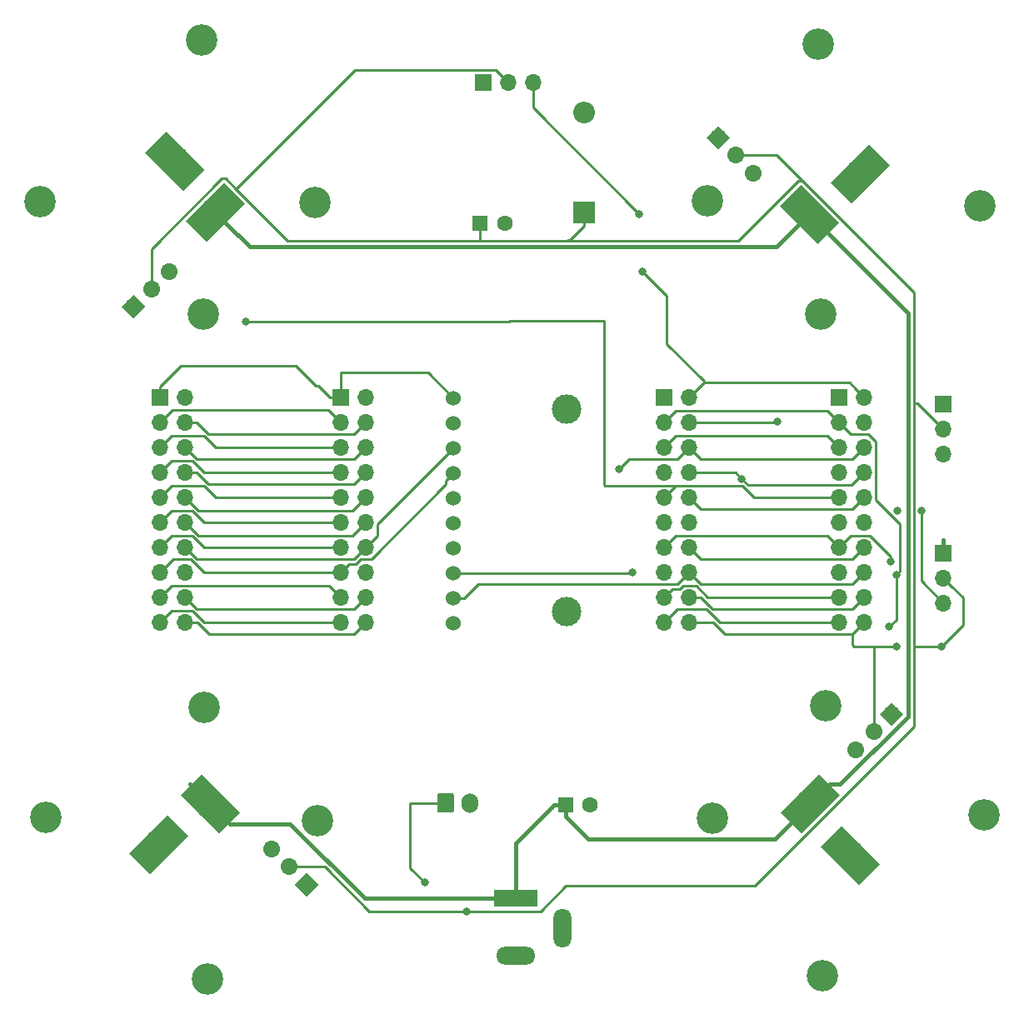
<source format=gbr>
G04 #@! TF.GenerationSoftware,KiCad,Pcbnew,5.0.2-bee76a0~70~ubuntu16.04.1*
G04 #@! TF.CreationDate,2021-08-14T16:57:29+02:00*
G04 #@! TF.ProjectId,axis2,61786973-322e-46b6-9963-61645f706362,rev?*
G04 #@! TF.SameCoordinates,Original*
G04 #@! TF.FileFunction,Copper,L2,Bot*
G04 #@! TF.FilePolarity,Positive*
%FSLAX46Y46*%
G04 Gerber Fmt 4.6, Leading zero omitted, Abs format (unit mm)*
G04 Created by KiCad (PCBNEW 5.0.2-bee76a0~70~ubuntu16.04.1) date sab 14 ago 2021 16:57:29 CEST*
%MOMM*%
%LPD*%
G01*
G04 APERTURE LIST*
G04 #@! TA.AperFunction,ComponentPad*
%ADD10C,3.200000*%
G04 #@! TD*
G04 #@! TA.AperFunction,ComponentPad*
%ADD11C,1.600000*%
G04 #@! TD*
G04 #@! TA.AperFunction,ComponentPad*
%ADD12R,1.600000X1.600000*%
G04 #@! TD*
G04 #@! TA.AperFunction,ComponentPad*
%ADD13R,2.200000X2.200000*%
G04 #@! TD*
G04 #@! TA.AperFunction,ComponentPad*
%ADD14O,2.200000X2.200000*%
G04 #@! TD*
G04 #@! TA.AperFunction,ComponentPad*
%ADD15O,1.700000X1.700000*%
G04 #@! TD*
G04 #@! TA.AperFunction,ComponentPad*
%ADD16R,1.700000X1.700000*%
G04 #@! TD*
G04 #@! TA.AperFunction,Conductor*
%ADD17C,0.100000*%
G04 #@! TD*
G04 #@! TA.AperFunction,ComponentPad*
%ADD18C,1.700000*%
G04 #@! TD*
G04 #@! TA.AperFunction,ComponentPad*
%ADD19O,1.700000X2.000000*%
G04 #@! TD*
G04 #@! TA.AperFunction,ComponentPad*
%ADD20O,1.800000X4.000000*%
G04 #@! TD*
G04 #@! TA.AperFunction,ComponentPad*
%ADD21O,4.000000X1.800000*%
G04 #@! TD*
G04 #@! TA.AperFunction,ComponentPad*
%ADD22R,4.400000X1.800000*%
G04 #@! TD*
G04 #@! TA.AperFunction,ComponentPad*
%ADD23C,3.000000*%
G04 #@! TD*
G04 #@! TA.AperFunction,Conductor*
%ADD24C,1.700000*%
G04 #@! TD*
G04 #@! TA.AperFunction,ComponentPad*
%ADD25C,1.524000*%
G04 #@! TD*
G04 #@! TA.AperFunction,ViaPad*
%ADD26C,0.800000*%
G04 #@! TD*
G04 #@! TA.AperFunction,Conductor*
%ADD27C,0.400000*%
G04 #@! TD*
G04 #@! TA.AperFunction,Conductor*
%ADD28C,0.250000*%
G04 #@! TD*
G04 APERTURE END LIST*
D10*
G04 #@! TO.P,U3,14*
G04 #@! TO.N,N/C*
X166400000Y-60900000D03*
G04 #@! TO.P,U3,13*
X177900000Y-72400000D03*
G04 #@! TO.P,U3,16*
X115200000Y-72400000D03*
G04 #@! TO.P,U3,15*
X126500000Y-61100000D03*
G04 #@! TO.P,U3,12*
X178400000Y-112200000D03*
G04 #@! TO.P,U3,11*
X166900000Y-123700000D03*
G04 #@! TO.P,U3,10*
X126800000Y-123900000D03*
G04 #@! TO.P,U3,9*
X115300000Y-112400000D03*
G04 #@! TO.P,U3,7*
X194500000Y-123300000D03*
G04 #@! TO.P,U3,6*
X115000000Y-44600000D03*
G04 #@! TO.P,U3,5*
X98600000Y-61000000D03*
G04 #@! TO.P,U3,8*
X178100000Y-139700000D03*
G04 #@! TO.P,U3,3*
X99200000Y-123600000D03*
G04 #@! TO.P,U3,4*
X115600000Y-140000000D03*
G04 #@! TO.P,U3,2*
X194100000Y-61400000D03*
G04 #@! TO.P,U3,1*
X177700000Y-45000000D03*
G04 #@! TD*
D11*
G04 #@! TO.P,C1,2*
G04 #@! TO.N,GND*
X154500000Y-122300000D03*
D12*
G04 #@! TO.P,C1,1*
G04 #@! TO.N,+12V*
X152000000Y-122300000D03*
G04 #@! TD*
G04 #@! TO.P,C2,1*
G04 #@! TO.N,+5V*
X143300000Y-63200000D03*
D11*
G04 #@! TO.P,C2,2*
G04 #@! TO.N,GND*
X145800000Y-63200000D03*
G04 #@! TD*
D13*
G04 #@! TO.P,D1,1*
G04 #@! TO.N,+5V*
X153900000Y-62100000D03*
D14*
G04 #@! TO.P,D1,2*
G04 #@! TO.N,GND*
X153900000Y-51940000D03*
G04 #@! TD*
D15*
G04 #@! TO.P,J1,20*
G04 #@! TO.N,Net-(J1-Pad20)*
X131700000Y-103760000D03*
G04 #@! TO.P,J1,19*
G04 #@! TO.N,Net-(J1-Pad19)*
X129160000Y-103760000D03*
G04 #@! TO.P,J1,18*
G04 #@! TO.N,Net-(J1-Pad18)*
X131700000Y-101220000D03*
G04 #@! TO.P,J1,17*
G04 #@! TO.N,Net-(J1-Pad17)*
X129160000Y-101220000D03*
G04 #@! TO.P,J1,16*
G04 #@! TO.N,GND*
X131700000Y-98680000D03*
G04 #@! TO.P,J1,15*
G04 #@! TO.N,MOSI*
X129160000Y-98680000D03*
G04 #@! TO.P,J1,14*
G04 #@! TO.N,SCL*
X131700000Y-96140000D03*
G04 #@! TO.P,J1,13*
G04 #@! TO.N,MISO*
X129160000Y-96140000D03*
G04 #@! TO.P,J1,12*
G04 #@! TO.N,Net-(J1-Pad12)*
X131700000Y-93600000D03*
G04 #@! TO.P,J1,11*
G04 #@! TO.N,Net-(J1-Pad11)*
X129160000Y-93600000D03*
G04 #@! TO.P,J1,10*
G04 #@! TO.N,Net-(J1-Pad10)*
X131700000Y-91060000D03*
G04 #@! TO.P,J1,9*
G04 #@! TO.N,Net-(J1-Pad9)*
X129160000Y-91060000D03*
G04 #@! TO.P,J1,8*
G04 #@! TO.N,Net-(J1-Pad8)*
X131700000Y-88520000D03*
G04 #@! TO.P,J1,7*
G04 #@! TO.N,Net-(J1-Pad7)*
X129160000Y-88520000D03*
G04 #@! TO.P,J1,6*
G04 #@! TO.N,Net-(J1-Pad6)*
X131700000Y-85980000D03*
G04 #@! TO.P,J1,5*
G04 #@! TO.N,Net-(J1-Pad5)*
X129160000Y-85980000D03*
G04 #@! TO.P,J1,4*
G04 #@! TO.N,Net-(J1-Pad4)*
X131700000Y-83440000D03*
G04 #@! TO.P,J1,3*
G04 #@! TO.N,Net-(J1-Pad3)*
X129160000Y-83440000D03*
G04 #@! TO.P,J1,2*
G04 #@! TO.N,GND*
X131700000Y-80900000D03*
D16*
G04 #@! TO.P,J1,1*
G04 #@! TO.N,+3V3*
X129160000Y-80900000D03*
G04 #@! TD*
G04 #@! TO.P,J2,1*
G04 #@! TO.N,GND*
X162000000Y-80900000D03*
D15*
G04 #@! TO.P,J2,2*
G04 #@! TO.N,RCS*
X164540000Y-80900000D03*
G04 #@! TO.P,J2,3*
G04 #@! TO.N,M4S*
X162000000Y-83440000D03*
G04 #@! TO.P,J2,4*
G04 #@! TO.N,Net-(J17-Pad4)*
X164540000Y-83440000D03*
G04 #@! TO.P,J2,5*
G04 #@! TO.N,Net-(J17-Pad5)*
X162000000Y-85980000D03*
G04 #@! TO.P,J2,6*
G04 #@! TO.N,M3S*
X164540000Y-85980000D03*
G04 #@! TO.P,J2,7*
G04 #@! TO.N,GND*
X162000000Y-88520000D03*
G04 #@! TO.P,J2,8*
G04 #@! TO.N,M1S*
X164540000Y-88520000D03*
G04 #@! TO.P,J2,9*
G04 #@! TO.N,M2S*
X162000000Y-91060000D03*
G04 #@! TO.P,J2,10*
G04 #@! TO.N,M6S*
X164540000Y-91060000D03*
G04 #@! TO.P,J2,11*
G04 #@! TO.N,GND*
X162000000Y-93600000D03*
G04 #@! TO.P,J2,12*
X164540000Y-93600000D03*
G04 #@! TO.P,J2,13*
G04 #@! TO.N,M5S*
X162000000Y-96140000D03*
G04 #@! TO.P,J2,14*
G04 #@! TO.N,Net-(J17-Pad14)*
X164540000Y-96140000D03*
G04 #@! TO.P,J2,15*
G04 #@! TO.N,INT*
X162000000Y-98680000D03*
G04 #@! TO.P,J2,16*
G04 #@! TO.N,NCS*
X164540000Y-98680000D03*
G04 #@! TO.P,J2,17*
G04 #@! TO.N,Net-(J17-Pad17)*
X162000000Y-101220000D03*
G04 #@! TO.P,J2,18*
G04 #@! TO.N,Net-(J17-Pad18)*
X164540000Y-101220000D03*
G04 #@! TO.P,J2,19*
G04 #@! TO.N,Net-(J17-Pad19)*
X162000000Y-103760000D03*
G04 #@! TO.P,J2,20*
G04 #@! TO.N,+5V*
X164540000Y-103760000D03*
G04 #@! TD*
D17*
G04 #@! TO.N,+5V*
G04 #@! TO.C,J3*
G36*
X140424504Y-121101204D02*
X140448773Y-121104804D01*
X140472571Y-121110765D01*
X140495671Y-121119030D01*
X140517849Y-121129520D01*
X140538893Y-121142133D01*
X140558598Y-121156747D01*
X140576777Y-121173223D01*
X140593253Y-121191402D01*
X140607867Y-121211107D01*
X140620480Y-121232151D01*
X140630970Y-121254329D01*
X140639235Y-121277429D01*
X140645196Y-121301227D01*
X140648796Y-121325496D01*
X140650000Y-121350000D01*
X140650000Y-122850000D01*
X140648796Y-122874504D01*
X140645196Y-122898773D01*
X140639235Y-122922571D01*
X140630970Y-122945671D01*
X140620480Y-122967849D01*
X140607867Y-122988893D01*
X140593253Y-123008598D01*
X140576777Y-123026777D01*
X140558598Y-123043253D01*
X140538893Y-123057867D01*
X140517849Y-123070480D01*
X140495671Y-123080970D01*
X140472571Y-123089235D01*
X140448773Y-123095196D01*
X140424504Y-123098796D01*
X140400000Y-123100000D01*
X139200000Y-123100000D01*
X139175496Y-123098796D01*
X139151227Y-123095196D01*
X139127429Y-123089235D01*
X139104329Y-123080970D01*
X139082151Y-123070480D01*
X139061107Y-123057867D01*
X139041402Y-123043253D01*
X139023223Y-123026777D01*
X139006747Y-123008598D01*
X138992133Y-122988893D01*
X138979520Y-122967849D01*
X138969030Y-122945671D01*
X138960765Y-122922571D01*
X138954804Y-122898773D01*
X138951204Y-122874504D01*
X138950000Y-122850000D01*
X138950000Y-121350000D01*
X138951204Y-121325496D01*
X138954804Y-121301227D01*
X138960765Y-121277429D01*
X138969030Y-121254329D01*
X138979520Y-121232151D01*
X138992133Y-121211107D01*
X139006747Y-121191402D01*
X139023223Y-121173223D01*
X139041402Y-121156747D01*
X139061107Y-121142133D01*
X139082151Y-121129520D01*
X139104329Y-121119030D01*
X139127429Y-121110765D01*
X139151227Y-121104804D01*
X139175496Y-121101204D01*
X139200000Y-121100000D01*
X140400000Y-121100000D01*
X140424504Y-121101204D01*
X140424504Y-121101204D01*
G37*
D18*
G04 #@! TD*
G04 #@! TO.P,J3,1*
G04 #@! TO.N,+5V*
X139800000Y-122100000D03*
D19*
G04 #@! TO.P,J3,2*
G04 #@! TO.N,GND*
X142300000Y-122100000D03*
G04 #@! TD*
D20*
G04 #@! TO.P,J4,3*
G04 #@! TO.N,N/C*
X151700000Y-134800000D03*
D21*
G04 #@! TO.P,J4,2*
G04 #@! TO.N,GND*
X146900000Y-137600000D03*
D22*
G04 #@! TO.P,J4,1*
G04 #@! TO.N,+12V*
X146900000Y-131800000D03*
G04 #@! TD*
D23*
G04 #@! TO.P,J5,2*
G04 #@! TO.N,GND*
X181914214Y-58206030D03*
D17*
G04 #@! TD*
G04 #@! TO.N,GND*
G04 #@! TO.C,J5*
G36*
X182798097Y-55200826D02*
X184919418Y-57322147D01*
X181030331Y-61211234D01*
X178909010Y-59089913D01*
X182798097Y-55200826D01*
X182798097Y-55200826D01*
G37*
D23*
G04 #@! TO.P,J5,1*
G04 #@! TO.N,+12V*
X176734656Y-62282501D03*
D17*
G04 #@! TD*
G04 #@! TO.N,+12V*
G04 #@! TO.C,J5*
G36*
X173729452Y-61398618D02*
X175850773Y-59277297D01*
X179739860Y-63166384D01*
X177618539Y-65287705D01*
X173729452Y-61398618D01*
X173729452Y-61398618D01*
G37*
D23*
G04 #@! TO.P,J6,1*
G04 #@! TO.N,+12V*
X116376471Y-62079558D03*
D17*
G04 #@! TD*
G04 #@! TO.N,+12V*
G04 #@! TO.C,J6*
G36*
X115492588Y-65084762D02*
X113371267Y-62963441D01*
X117260354Y-59074354D01*
X119381675Y-61195675D01*
X115492588Y-65084762D01*
X115492588Y-65084762D01*
G37*
D23*
G04 #@! TO.P,J6,2*
G04 #@! TO.N,GND*
X112300000Y-56900000D03*
D17*
G04 #@! TD*
G04 #@! TO.N,GND*
G04 #@! TO.C,J6*
G36*
X109294796Y-56016117D02*
X111416117Y-53894796D01*
X115305204Y-57783883D01*
X113183883Y-59905204D01*
X109294796Y-56016117D01*
X109294796Y-56016117D01*
G37*
D18*
G04 #@! TO.P,J7,1*
G04 #@! TO.N,GND*
X167500000Y-54500000D03*
D17*
G04 #@! TD*
G04 #@! TO.N,GND*
G04 #@! TO.C,J7*
G36*
X167500000Y-55702082D02*
X166297918Y-54500000D01*
X167500000Y-53297918D01*
X168702082Y-54500000D01*
X167500000Y-55702082D01*
X167500000Y-55702082D01*
G37*
D18*
G04 #@! TO.P,J7,2*
G04 #@! TO.N,+5V*
X169296051Y-56296051D03*
D24*
G04 #@! TD*
G04 #@! TO.N,+5V*
G04 #@! TO.C,J7*
X169296051Y-56296051D02*
X169296051Y-56296051D01*
D18*
G04 #@! TO.P,J7,3*
G04 #@! TO.N,M1S*
X171092102Y-58092102D03*
D24*
G04 #@! TD*
G04 #@! TO.N,M1S*
G04 #@! TO.C,J7*
X171092102Y-58092102D02*
X171092102Y-58092102D01*
D18*
G04 #@! TO.P,J8,3*
G04 #@! TO.N,M2S*
X111692102Y-68107898D03*
D24*
G04 #@! TD*
G04 #@! TO.N,M2S*
G04 #@! TO.C,J8*
X111692102Y-68107898D02*
X111692102Y-68107898D01*
D18*
G04 #@! TO.P,J8,2*
G04 #@! TO.N,+5V*
X109896051Y-69903949D03*
D24*
G04 #@! TD*
G04 #@! TO.N,+5V*
G04 #@! TO.C,J8*
X109896051Y-69903949D02*
X109896051Y-69903949D01*
D18*
G04 #@! TO.P,J8,1*
G04 #@! TO.N,GND*
X108100000Y-71700000D03*
D17*
G04 #@! TD*
G04 #@! TO.N,GND*
G04 #@! TO.C,J8*
G36*
X109302082Y-71700000D02*
X108100000Y-72902082D01*
X106897918Y-71700000D01*
X108100000Y-70497918D01*
X109302082Y-71700000D01*
X109302082Y-71700000D01*
G37*
D16*
G04 #@! TO.P,J9,1*
G04 #@! TO.N,GND*
X143600000Y-48900000D03*
D15*
G04 #@! TO.P,J9,2*
G04 #@! TO.N,+5V*
X146140000Y-48900000D03*
G04 #@! TO.P,J9,3*
G04 #@! TO.N,RCS*
X148680000Y-48900000D03*
G04 #@! TD*
D23*
G04 #@! TO.P,J10,2*
G04 #@! TO.N,GND*
X180900000Y-127400000D03*
D17*
G04 #@! TD*
G04 #@! TO.N,GND*
G04 #@! TO.C,J10*
G36*
X183905204Y-128283883D02*
X181783883Y-130405204D01*
X177894796Y-126516117D01*
X180016117Y-124394796D01*
X183905204Y-128283883D01*
X183905204Y-128283883D01*
G37*
D23*
G04 #@! TO.P,J10,1*
G04 #@! TO.N,+12V*
X176823529Y-122220442D03*
D17*
G04 #@! TD*
G04 #@! TO.N,+12V*
G04 #@! TO.C,J10*
G36*
X177707412Y-119215238D02*
X179828733Y-121336559D01*
X175939646Y-125225646D01*
X173818325Y-123104325D01*
X177707412Y-119215238D01*
X177707412Y-119215238D01*
G37*
D23*
G04 #@! TO.P,J11,1*
G04 #@! TO.N,+12V*
X115865344Y-122217499D03*
D17*
G04 #@! TD*
G04 #@! TO.N,+12V*
G04 #@! TO.C,J11*
G36*
X118870548Y-123101382D02*
X116749227Y-125222703D01*
X112860140Y-121333616D01*
X114981461Y-119212295D01*
X118870548Y-123101382D01*
X118870548Y-123101382D01*
G37*
D23*
G04 #@! TO.P,J11,2*
G04 #@! TO.N,GND*
X110685786Y-126293970D03*
D17*
G04 #@! TD*
G04 #@! TO.N,GND*
G04 #@! TO.C,J11*
G36*
X109801903Y-129299174D02*
X107680582Y-127177853D01*
X111569669Y-123288766D01*
X113690990Y-125410087D01*
X109801903Y-129299174D01*
X109801903Y-129299174D01*
G37*
D18*
G04 #@! TO.P,J12,3*
G04 #@! TO.N,M3S*
X122107898Y-126807898D03*
D24*
G04 #@! TD*
G04 #@! TO.N,M3S*
G04 #@! TO.C,J12*
X122107898Y-126807898D02*
X122107898Y-126807898D01*
D18*
G04 #@! TO.P,J12,2*
G04 #@! TO.N,+5V*
X123903949Y-128603949D03*
D24*
G04 #@! TD*
G04 #@! TO.N,+5V*
G04 #@! TO.C,J12*
X123903949Y-128603949D02*
X123903949Y-128603949D01*
D18*
G04 #@! TO.P,J12,1*
G04 #@! TO.N,GND*
X125700000Y-130400000D03*
D17*
G04 #@! TD*
G04 #@! TO.N,GND*
G04 #@! TO.C,J12*
G36*
X125700000Y-129197918D02*
X126902082Y-130400000D01*
X125700000Y-131602082D01*
X124497918Y-130400000D01*
X125700000Y-129197918D01*
X125700000Y-129197918D01*
G37*
D15*
G04 #@! TO.P,J13,3*
G04 #@! TO.N,M5S*
X190400000Y-86680000D03*
G04 #@! TO.P,J13,2*
G04 #@! TO.N,+5V*
X190400000Y-84140000D03*
D16*
G04 #@! TO.P,J13,1*
G04 #@! TO.N,GND*
X190400000Y-81600000D03*
G04 #@! TD*
D18*
G04 #@! TO.P,J14,3*
G04 #@! TO.N,M4S*
X181507898Y-116692102D03*
D24*
G04 #@! TD*
G04 #@! TO.N,M4S*
G04 #@! TO.C,J14*
X181507898Y-116692102D02*
X181507898Y-116692102D01*
D18*
G04 #@! TO.P,J14,2*
G04 #@! TO.N,+5V*
X183303949Y-114896051D03*
D24*
G04 #@! TD*
G04 #@! TO.N,+5V*
G04 #@! TO.C,J14*
X183303949Y-114896051D02*
X183303949Y-114896051D01*
D18*
G04 #@! TO.P,J14,1*
G04 #@! TO.N,GND*
X185100000Y-113100000D03*
D17*
G04 #@! TD*
G04 #@! TO.N,GND*
G04 #@! TO.C,J14*
G36*
X183897918Y-113100000D02*
X185100000Y-111897918D01*
X186302082Y-113100000D01*
X185100000Y-114302082D01*
X183897918Y-113100000D01*
X183897918Y-113100000D01*
G37*
D16*
G04 #@! TO.P,J15,1*
G04 #@! TO.N,GND*
X190400000Y-96700000D03*
D15*
G04 #@! TO.P,J15,2*
G04 #@! TO.N,+5V*
X190400000Y-99240000D03*
G04 #@! TO.P,J15,3*
G04 #@! TO.N,M6S*
X190400000Y-101780000D03*
G04 #@! TD*
G04 #@! TO.P,J16,20*
G04 #@! TO.N,Net-(J1-Pad20)*
X113340000Y-103760000D03*
G04 #@! TO.P,J16,19*
G04 #@! TO.N,Net-(J1-Pad19)*
X110800000Y-103760000D03*
G04 #@! TO.P,J16,18*
G04 #@! TO.N,Net-(J1-Pad18)*
X113340000Y-101220000D03*
G04 #@! TO.P,J16,17*
G04 #@! TO.N,Net-(J1-Pad17)*
X110800000Y-101220000D03*
G04 #@! TO.P,J16,16*
G04 #@! TO.N,GND*
X113340000Y-98680000D03*
G04 #@! TO.P,J16,15*
G04 #@! TO.N,MOSI*
X110800000Y-98680000D03*
G04 #@! TO.P,J16,14*
G04 #@! TO.N,SCL*
X113340000Y-96140000D03*
G04 #@! TO.P,J16,13*
G04 #@! TO.N,MISO*
X110800000Y-96140000D03*
G04 #@! TO.P,J16,12*
G04 #@! TO.N,Net-(J1-Pad12)*
X113340000Y-93600000D03*
G04 #@! TO.P,J16,11*
G04 #@! TO.N,Net-(J1-Pad11)*
X110800000Y-93600000D03*
G04 #@! TO.P,J16,10*
G04 #@! TO.N,Net-(J1-Pad10)*
X113340000Y-91060000D03*
G04 #@! TO.P,J16,9*
G04 #@! TO.N,Net-(J1-Pad9)*
X110800000Y-91060000D03*
G04 #@! TO.P,J16,8*
G04 #@! TO.N,Net-(J1-Pad8)*
X113340000Y-88520000D03*
G04 #@! TO.P,J16,7*
G04 #@! TO.N,Net-(J1-Pad7)*
X110800000Y-88520000D03*
G04 #@! TO.P,J16,6*
G04 #@! TO.N,Net-(J1-Pad6)*
X113340000Y-85980000D03*
G04 #@! TO.P,J16,5*
G04 #@! TO.N,Net-(J1-Pad5)*
X110800000Y-85980000D03*
G04 #@! TO.P,J16,4*
G04 #@! TO.N,Net-(J1-Pad4)*
X113340000Y-83440000D03*
G04 #@! TO.P,J16,3*
G04 #@! TO.N,Net-(J1-Pad3)*
X110800000Y-83440000D03*
G04 #@! TO.P,J16,2*
G04 #@! TO.N,GND*
X113340000Y-80900000D03*
D16*
G04 #@! TO.P,J16,1*
G04 #@! TO.N,+3V3*
X110800000Y-80900000D03*
G04 #@! TD*
D15*
G04 #@! TO.P,J17,20*
G04 #@! TO.N,+5V*
X182340000Y-103760000D03*
G04 #@! TO.P,J17,19*
G04 #@! TO.N,Net-(J17-Pad19)*
X179800000Y-103760000D03*
G04 #@! TO.P,J17,18*
G04 #@! TO.N,Net-(J17-Pad18)*
X182340000Y-101220000D03*
G04 #@! TO.P,J17,17*
G04 #@! TO.N,Net-(J17-Pad17)*
X179800000Y-101220000D03*
G04 #@! TO.P,J17,16*
G04 #@! TO.N,NCS*
X182340000Y-98680000D03*
G04 #@! TO.P,J17,15*
G04 #@! TO.N,INT*
X179800000Y-98680000D03*
G04 #@! TO.P,J17,14*
G04 #@! TO.N,Net-(J17-Pad14)*
X182340000Y-96140000D03*
G04 #@! TO.P,J17,13*
G04 #@! TO.N,M5S*
X179800000Y-96140000D03*
G04 #@! TO.P,J17,12*
G04 #@! TO.N,GND*
X182340000Y-93600000D03*
G04 #@! TO.P,J17,11*
X179800000Y-93600000D03*
G04 #@! TO.P,J17,10*
G04 #@! TO.N,M6S*
X182340000Y-91060000D03*
G04 #@! TO.P,J17,9*
G04 #@! TO.N,M2S*
X179800000Y-91060000D03*
G04 #@! TO.P,J17,8*
G04 #@! TO.N,M1S*
X182340000Y-88520000D03*
G04 #@! TO.P,J17,7*
G04 #@! TO.N,GND*
X179800000Y-88520000D03*
G04 #@! TO.P,J17,6*
G04 #@! TO.N,M3S*
X182340000Y-85980000D03*
G04 #@! TO.P,J17,5*
G04 #@! TO.N,Net-(J17-Pad5)*
X179800000Y-85980000D03*
G04 #@! TO.P,J17,4*
G04 #@! TO.N,Net-(J17-Pad4)*
X182340000Y-83440000D03*
G04 #@! TO.P,J17,3*
G04 #@! TO.N,M4S*
X179800000Y-83440000D03*
G04 #@! TO.P,J17,2*
G04 #@! TO.N,RCS*
X182340000Y-80900000D03*
D16*
G04 #@! TO.P,J17,1*
G04 #@! TO.N,GND*
X179800000Y-80900000D03*
G04 #@! TD*
D25*
G04 #@! TO.P,U1,1*
G04 #@! TO.N,+3V3*
X140600000Y-80950000D03*
G04 #@! TO.P,U1,2*
G04 #@! TO.N,GND*
X140600000Y-83490000D03*
G04 #@! TO.P,U1,3*
G04 #@! TO.N,SCL*
X140600000Y-86030000D03*
G04 #@! TO.P,U1,4*
G04 #@! TO.N,MOSI*
X140600000Y-88570000D03*
G04 #@! TO.P,U1,5*
G04 #@! TO.N,Net-(U1-Pad5)*
X140600000Y-91110000D03*
G04 #@! TO.P,U1,6*
G04 #@! TO.N,Net-(U1-Pad6)*
X140600000Y-93650000D03*
G04 #@! TO.P,U1,7*
G04 #@! TO.N,MISO*
X140600000Y-96190000D03*
G04 #@! TO.P,U1,8*
G04 #@! TO.N,INT*
X140600000Y-98730000D03*
G04 #@! TO.P,U1,9*
G04 #@! TO.N,NCS*
X140600000Y-101270000D03*
G04 #@! TO.P,U1,10*
G04 #@! TO.N,Net-(U1-Pad10)*
X140600000Y-103810000D03*
D23*
G04 #@! TO.P,U1,11*
G04 #@! TO.N,N/C*
X152100000Y-82050000D03*
G04 #@! TO.P,U1,12*
X152100000Y-102650000D03*
G04 #@! TD*
D26*
G04 #@! TO.N,+5V*
X185600000Y-106200000D03*
X190200000Y-106200000D03*
X137700000Y-130200000D03*
X141900000Y-133125001D03*
G04 #@! TO.N,RCS*
X159500000Y-62300000D03*
X159800000Y-68100000D03*
G04 #@! TO.N,M4S*
X185600000Y-98900000D03*
X184900000Y-104200000D03*
G04 #@! TO.N,Net-(J17-Pad4)*
X173500000Y-83400000D03*
G04 #@! TO.N,M3S*
X157400000Y-88200000D03*
G04 #@! TO.N,M1S*
X169900000Y-89159999D03*
G04 #@! TO.N,M2S*
X119500000Y-73200000D03*
G04 #@! TO.N,M6S*
X185700000Y-92400000D03*
X188152102Y-92400000D03*
G04 #@! TO.N,M5S*
X185000000Y-97600000D03*
G04 #@! TO.N,INT*
X158800000Y-98700000D03*
G04 #@! TD*
D27*
G04 #@! TO.N,GND*
X190400000Y-96700000D02*
X190400000Y-95400000D01*
G04 #@! TO.N,+12V*
X117507841Y-63210928D02*
X116376471Y-62079558D01*
X173417158Y-65599999D02*
X119896912Y-65599999D01*
X119896912Y-65599999D02*
X117507841Y-63210928D01*
X176734656Y-62282501D02*
X173417158Y-65599999D01*
X113850091Y-120202246D02*
X115865344Y-122217499D01*
X186802092Y-113307112D02*
X186802092Y-72349937D01*
X186802092Y-72349937D02*
X178749909Y-64297754D01*
X178838782Y-120205189D02*
X179904015Y-120205189D01*
X178749909Y-64297754D02*
X176734656Y-62282501D01*
X176823529Y-122220442D02*
X178838782Y-120205189D01*
X131591998Y-131800000D02*
X144300000Y-131800000D01*
X124024750Y-124232752D02*
X131591998Y-131800000D01*
X144300000Y-131800000D02*
X146900000Y-131800000D01*
X117880597Y-124232752D02*
X124024750Y-124232752D01*
X115865344Y-122217499D02*
X117880597Y-124232752D01*
X150800000Y-122300000D02*
X152000000Y-122300000D01*
X146900000Y-126200000D02*
X150800000Y-122300000D01*
X146900000Y-131800000D02*
X146900000Y-126200000D01*
X179904015Y-120205189D02*
X186802092Y-113307112D01*
X173243970Y-125800001D02*
X174808276Y-124235695D01*
X174808276Y-124235695D02*
X176823529Y-122220442D01*
X154300001Y-125800001D02*
X173243970Y-125800001D01*
X152000000Y-123500000D02*
X154300001Y-125800001D01*
X152000000Y-122300000D02*
X152000000Y-123500000D01*
D28*
G04 #@! TO.N,+5V*
X149440001Y-133125001D02*
X152005003Y-130559999D01*
X152005003Y-130559999D02*
X171206350Y-130559999D01*
X127512051Y-128603949D02*
X132033103Y-133125001D01*
X123903949Y-128603949D02*
X127512051Y-128603949D01*
X171206350Y-130559999D02*
X187427102Y-114339247D01*
X176026820Y-58852287D02*
X175674726Y-58852287D01*
X175674726Y-58852287D02*
X169552024Y-64974989D01*
X109896051Y-68701868D02*
X109896051Y-69903949D01*
X109896051Y-65837600D02*
X109896051Y-68701868D01*
X117084307Y-58649344D02*
X109896051Y-65837600D01*
X117436401Y-58649344D02*
X117084307Y-58649344D01*
X143400000Y-64974989D02*
X143300000Y-64874989D01*
X143300000Y-64874989D02*
X143300000Y-63200000D01*
X143400000Y-64974989D02*
X123762046Y-64974989D01*
X152200000Y-64974989D02*
X152300000Y-64874989D01*
X152200000Y-64974989D02*
X143400000Y-64974989D01*
X173470584Y-56296051D02*
X176574533Y-59400000D01*
X176574533Y-59400000D02*
X176026820Y-58852287D01*
X169296051Y-56296051D02*
X173470584Y-56296051D01*
X187427102Y-70252569D02*
X176574533Y-59400000D01*
X187832898Y-81500000D02*
X187500000Y-81500000D01*
X190400000Y-84140000D02*
X187760000Y-81500000D01*
X187427102Y-81500000D02*
X187427102Y-70252569D01*
X191249999Y-100089999D02*
X190400000Y-99240000D01*
X192400000Y-101240000D02*
X191249999Y-100089999D01*
X192400000Y-104000000D02*
X192400000Y-101240000D01*
X183303949Y-106303949D02*
X183303949Y-114896051D01*
X181297919Y-106200000D02*
X183200000Y-106200000D01*
X183200000Y-106200000D02*
X183303949Y-106303949D01*
X183200000Y-106200000D02*
X185600000Y-106200000D01*
X190200000Y-106200000D02*
X192400000Y-104000000D01*
X190200000Y-106200000D02*
X187427102Y-106200000D01*
X187427102Y-106200000D02*
X187427102Y-81500000D01*
X187427102Y-114339247D02*
X187427102Y-106200000D01*
X139800000Y-122100000D02*
X136200000Y-122100000D01*
X136200000Y-128700000D02*
X137700000Y-130200000D01*
X136200000Y-122100000D02*
X136200000Y-128700000D01*
X132033103Y-133125001D02*
X141900000Y-133125001D01*
X141900000Y-133125001D02*
X149440001Y-133125001D01*
X130587944Y-47624999D02*
X118500000Y-59712943D01*
X144864999Y-47624999D02*
X130587944Y-47624999D01*
X146140000Y-48900000D02*
X144864999Y-47624999D01*
X123762046Y-64974989D02*
X118500000Y-59712943D01*
X118500000Y-59712943D02*
X117436401Y-58649344D01*
X153900000Y-63450000D02*
X153900000Y-62100000D01*
X152350000Y-64974989D02*
X152375011Y-64974989D01*
X152350000Y-64974989D02*
X152200000Y-64974989D01*
X152375011Y-64974989D02*
X153900000Y-63450000D01*
X169552024Y-64974989D02*
X152350000Y-64974989D01*
G04 #@! TO.N,MISO*
X140700000Y-96140000D02*
X140750000Y-96190000D01*
G04 #@! TO.N,+3V3*
X140700000Y-80900000D02*
X140750000Y-80950000D01*
G04 #@! TO.N,RCS*
X148680000Y-51480000D02*
X159500000Y-62300000D01*
X148680000Y-48900000D02*
X148680000Y-51480000D01*
X159800000Y-68100000D02*
X162260000Y-70560000D01*
G04 #@! TO.N,M4S*
X185600000Y-103500000D02*
X184900000Y-104200000D01*
X185600000Y-98900000D02*
X185600000Y-103500000D01*
G04 #@! TO.N,+5V*
X181490001Y-104609999D02*
X182340000Y-103760000D01*
X181164999Y-104935001D02*
X181490001Y-104609999D01*
X168184262Y-104935001D02*
X181164999Y-104935001D01*
X167009261Y-103760000D02*
X168184262Y-104935001D01*
X164540000Y-103760000D02*
X167009261Y-103760000D01*
X181164999Y-106067080D02*
X181297919Y-106200000D01*
X181164999Y-104935001D02*
X181164999Y-106067080D01*
G04 #@! TO.N,Net-(J1-Pad20)*
X130850001Y-104609999D02*
X131700000Y-103760000D01*
X130524999Y-104935001D02*
X130850001Y-104609999D01*
X115782181Y-104935001D02*
X130524999Y-104935001D01*
X114607180Y-103760000D02*
X115782181Y-104935001D01*
X113340000Y-103760000D02*
X114607180Y-103760000D01*
G04 #@! TO.N,Net-(J1-Pad19)*
X127957919Y-103760000D02*
X129160000Y-103760000D01*
X115243590Y-103760000D02*
X127957919Y-103760000D01*
X111975001Y-102584999D02*
X114068589Y-102584999D01*
X114068589Y-102584999D02*
X115243590Y-103760000D01*
X110800000Y-103760000D02*
X111975001Y-102584999D01*
G04 #@! TO.N,Net-(J1-Pad18)*
X130850001Y-102069999D02*
X131700000Y-101220000D01*
X130524999Y-102395001D02*
X130850001Y-102069999D01*
X114515001Y-102395001D02*
X130524999Y-102395001D01*
X113340000Y-101220000D02*
X114515001Y-102395001D01*
G04 #@! TO.N,Net-(J1-Pad17)*
X127984999Y-100044999D02*
X128310001Y-100370001D01*
X128310001Y-100370001D02*
X129160000Y-101220000D01*
X111975001Y-100044999D02*
X127984999Y-100044999D01*
X110800000Y-101220000D02*
X111975001Y-100044999D01*
G04 #@! TO.N,MOSI*
X127957919Y-98680000D02*
X129160000Y-98680000D01*
X115243590Y-98680000D02*
X127957919Y-98680000D01*
X112164999Y-97315001D02*
X113878591Y-97315001D01*
X113878591Y-97315001D02*
X115243590Y-98680000D01*
X110800000Y-98680000D02*
X112164999Y-97315001D01*
X139838001Y-89331999D02*
X140600000Y-88570000D01*
X139838001Y-89741001D02*
X139838001Y-89331999D01*
X132264001Y-97315001D02*
X139838001Y-89741001D01*
X130662997Y-97830001D02*
X131177997Y-97315001D01*
X130009999Y-97830001D02*
X130662997Y-97830001D01*
X131177997Y-97315001D02*
X132264001Y-97315001D01*
X129160000Y-98680000D02*
X130009999Y-97830001D01*
G04 #@! TO.N,SCL*
X130524999Y-97315001D02*
X130850001Y-96989999D01*
X114515001Y-97315001D02*
X130524999Y-97315001D01*
X130850001Y-96989999D02*
X131700000Y-96140000D01*
X113340000Y-96140000D02*
X114515001Y-97315001D01*
X132875001Y-93754999D02*
X139838001Y-86791999D01*
X139838001Y-86791999D02*
X140600000Y-86030000D01*
X132875001Y-94964999D02*
X132875001Y-93754999D01*
X131700000Y-96140000D02*
X132875001Y-94964999D01*
G04 #@! TO.N,MISO*
X127957919Y-96140000D02*
X129160000Y-96140000D01*
X115243590Y-96140000D02*
X127957919Y-96140000D01*
X114068589Y-94964999D02*
X115243590Y-96140000D01*
X111975001Y-94964999D02*
X114068589Y-94964999D01*
X110800000Y-96140000D02*
X111975001Y-94964999D01*
G04 #@! TO.N,Net-(J1-Pad12)*
X130335001Y-94964999D02*
X130850001Y-94449999D01*
X114704999Y-94964999D02*
X130335001Y-94964999D01*
X130850001Y-94449999D02*
X131700000Y-93600000D01*
X113340000Y-93600000D02*
X114704999Y-94964999D01*
G04 #@! TO.N,Net-(J1-Pad11)*
X127957919Y-93600000D02*
X129160000Y-93600000D01*
X115243590Y-93600000D02*
X127957919Y-93600000D01*
X114068589Y-92424999D02*
X115243590Y-93600000D01*
X111975001Y-92424999D02*
X114068589Y-92424999D01*
X110800000Y-93600000D02*
X111975001Y-92424999D01*
G04 #@! TO.N,Net-(J1-Pad10)*
X130850001Y-91909999D02*
X131700000Y-91060000D01*
X130335001Y-92424999D02*
X130850001Y-91909999D01*
X114704999Y-92424999D02*
X130335001Y-92424999D01*
X113340000Y-91060000D02*
X114704999Y-92424999D01*
G04 #@! TO.N,Net-(J1-Pad9)*
X127957919Y-91060000D02*
X129160000Y-91060000D01*
X115270670Y-89884999D02*
X116445671Y-91060000D01*
X111975001Y-89884999D02*
X115270670Y-89884999D01*
X116445671Y-91060000D02*
X127957919Y-91060000D01*
X110800000Y-91060000D02*
X111975001Y-89884999D01*
G04 #@! TO.N,Net-(J1-Pad8)*
X130850001Y-89369999D02*
X131700000Y-88520000D01*
X115717082Y-89695001D02*
X130524999Y-89695001D01*
X130524999Y-89695001D02*
X130850001Y-89369999D01*
X114542081Y-88520000D02*
X115717082Y-89695001D01*
X113340000Y-88520000D02*
X114542081Y-88520000D01*
G04 #@! TO.N,Net-(J1-Pad7)*
X127957919Y-88520000D02*
X129160000Y-88520000D01*
X115243590Y-88520000D02*
X127957919Y-88520000D01*
X114068589Y-87344999D02*
X115243590Y-88520000D01*
X111975001Y-87344999D02*
X114068589Y-87344999D01*
X110800000Y-88520000D02*
X111975001Y-87344999D01*
G04 #@! TO.N,Net-(J1-Pad6)*
X130850001Y-86829999D02*
X131700000Y-85980000D01*
X130524999Y-87155001D02*
X130850001Y-86829999D01*
X114515001Y-87155001D02*
X130524999Y-87155001D01*
X113340000Y-85980000D02*
X114515001Y-87155001D01*
G04 #@! TO.N,Net-(J1-Pad5)*
X127957919Y-85980000D02*
X129160000Y-85980000D01*
X115270670Y-84804999D02*
X116445671Y-85980000D01*
X111975001Y-84804999D02*
X115270670Y-84804999D01*
X116445671Y-85980000D02*
X127957919Y-85980000D01*
X110800000Y-85980000D02*
X111975001Y-84804999D01*
G04 #@! TO.N,Net-(J1-Pad4)*
X130850001Y-84289999D02*
X131700000Y-83440000D01*
X130524999Y-84615001D02*
X130850001Y-84289999D01*
X115717082Y-84615001D02*
X130524999Y-84615001D01*
X114542081Y-83440000D02*
X115717082Y-84615001D01*
X113340000Y-83440000D02*
X114542081Y-83440000D01*
G04 #@! TO.N,Net-(J1-Pad3)*
X128310001Y-82590001D02*
X129160000Y-83440000D01*
X127895001Y-82175001D02*
X128310001Y-82590001D01*
X112064999Y-82175001D02*
X127895001Y-82175001D01*
X110800000Y-83440000D02*
X112064999Y-82175001D01*
G04 #@! TO.N,+3V3*
X128060000Y-80900000D02*
X129160000Y-80900000D01*
X126884999Y-79724999D02*
X128060000Y-80900000D01*
X110800000Y-80900000D02*
X110800000Y-79800000D01*
X126624999Y-79724999D02*
X126884999Y-79724999D01*
X110800000Y-79800000D02*
X112900000Y-77700000D01*
X112900000Y-77700000D02*
X124600000Y-77700000D01*
X124600000Y-77700000D02*
X126624999Y-79724999D01*
X129160000Y-80900000D02*
X129160000Y-78340000D01*
X129160000Y-78340000D02*
X129220000Y-78400000D01*
X138050000Y-78400000D02*
X140600000Y-80950000D01*
X129220000Y-78400000D02*
X138050000Y-78400000D01*
G04 #@! TO.N,RCS*
X181490001Y-80050001D02*
X182340000Y-80900000D01*
X180840000Y-79400000D02*
X181490001Y-80050001D01*
X166040000Y-79400000D02*
X180840000Y-79400000D01*
X164540000Y-80900000D02*
X166040000Y-79400000D01*
X162260000Y-70560000D02*
X162260000Y-75460000D01*
X166040000Y-79240000D02*
X166040000Y-79400000D01*
X162260000Y-75460000D02*
X166040000Y-79240000D01*
G04 #@! TO.N,M4S*
X180649999Y-84289999D02*
X179800000Y-83440000D01*
X180975001Y-84615001D02*
X180649999Y-84289999D01*
X183515001Y-85415999D02*
X182714003Y-84615001D01*
X183515001Y-91288003D02*
X183515001Y-85415999D01*
X185999999Y-93773001D02*
X183515001Y-91288003D01*
X185999999Y-98500001D02*
X185999999Y-93773001D01*
X182714003Y-84615001D02*
X180975001Y-84615001D01*
X185600000Y-98900000D02*
X185999999Y-98500001D01*
X178950001Y-82590001D02*
X179800000Y-83440000D01*
X178624999Y-82264999D02*
X178950001Y-82590001D01*
X163175001Y-82264999D02*
X178624999Y-82264999D01*
X162000000Y-83440000D02*
X163175001Y-82264999D01*
G04 #@! TO.N,Net-(J17-Pad4)*
X173460000Y-83440000D02*
X173500000Y-83400000D01*
X164540000Y-83440000D02*
X173460000Y-83440000D01*
G04 #@! TO.N,Net-(J17-Pad5)*
X178950001Y-85130001D02*
X179800000Y-85980000D01*
X178624999Y-84804999D02*
X178950001Y-85130001D01*
X163175001Y-84804999D02*
X178624999Y-84804999D01*
X162000000Y-85980000D02*
X163175001Y-84804999D01*
G04 #@! TO.N,M3S*
X163364999Y-87155001D02*
X163690001Y-86829999D01*
X163690001Y-86829999D02*
X164540000Y-85980000D01*
X158444999Y-87155001D02*
X163364999Y-87155001D01*
X157400000Y-88200000D02*
X158444999Y-87155001D01*
X181490001Y-86829999D02*
X182340000Y-85980000D01*
X181164999Y-87155001D02*
X181490001Y-86829999D01*
X165715001Y-87155001D02*
X181164999Y-87155001D01*
X164540000Y-85980000D02*
X165715001Y-87155001D01*
G04 #@! TO.N,M1S*
X169260001Y-88520000D02*
X169900000Y-89159999D01*
X164540000Y-88520000D02*
X169260001Y-88520000D01*
X181064999Y-89795001D02*
X181490001Y-89369999D01*
X170535002Y-89795001D02*
X181064999Y-89795001D01*
X181490001Y-89369999D02*
X182340000Y-88520000D01*
X169900000Y-89159999D02*
X170535002Y-89795001D01*
G04 #@! TO.N,M2S*
X178597919Y-91060000D02*
X179800000Y-91060000D01*
X171163591Y-91060000D02*
X178597919Y-91060000D01*
X169988590Y-89884999D02*
X171163591Y-91060000D01*
X163175001Y-89884999D02*
X169988590Y-89884999D01*
X162000000Y-91060000D02*
X163175001Y-89884999D01*
X163175001Y-89884999D02*
X155984999Y-89884999D01*
X155984999Y-89884999D02*
X155900000Y-89800000D01*
X155900000Y-89800000D02*
X155900000Y-73100000D01*
X146300000Y-73100000D02*
X146200000Y-73200000D01*
X155900000Y-73100000D02*
X146300000Y-73100000D01*
X146200000Y-73200000D02*
X146329000Y-73200000D01*
X119500000Y-73200000D02*
X146200000Y-73200000D01*
G04 #@! TO.N,M6S*
X188152102Y-99532102D02*
X190400000Y-101780000D01*
X188152102Y-92400000D02*
X188152102Y-99532102D01*
X181490001Y-91909999D02*
X182340000Y-91060000D01*
X181164999Y-92235001D02*
X181490001Y-91909999D01*
X165715001Y-92235001D02*
X181164999Y-92235001D01*
X164540000Y-91060000D02*
X165715001Y-92235001D01*
G04 #@! TO.N,M5S*
X178950001Y-95290001D02*
X179800000Y-96140000D01*
X178624999Y-94964999D02*
X178950001Y-95290001D01*
X163175001Y-94964999D02*
X178624999Y-94964999D01*
X162000000Y-96140000D02*
X163175001Y-94964999D01*
X185000000Y-97034315D02*
X185000000Y-97600000D01*
X182930684Y-94964999D02*
X185000000Y-97034315D01*
X180975001Y-94964999D02*
X182930684Y-94964999D01*
X179800000Y-96140000D02*
X180975001Y-94964999D01*
G04 #@! TO.N,Net-(J17-Pad14)*
X181490001Y-96989999D02*
X182340000Y-96140000D01*
X181164999Y-97315001D02*
X181490001Y-96989999D01*
X165715001Y-97315001D02*
X181164999Y-97315001D01*
X164540000Y-96140000D02*
X165715001Y-97315001D01*
G04 #@! TO.N,INT*
X158770000Y-98730000D02*
X158800000Y-98700000D01*
X140600000Y-98730000D02*
X158770000Y-98730000D01*
G04 #@! TO.N,NCS*
X163690001Y-99529999D02*
X164540000Y-98680000D01*
X163364999Y-99855001D02*
X163690001Y-99529999D01*
X143092629Y-99855001D02*
X163364999Y-99855001D01*
X141677630Y-101270000D02*
X143092629Y-99855001D01*
X140600000Y-101270000D02*
X141677630Y-101270000D01*
X181164999Y-99855001D02*
X181490001Y-99529999D01*
X181490001Y-99529999D02*
X182340000Y-98680000D01*
X165715001Y-99855001D02*
X181164999Y-99855001D01*
X164540000Y-98680000D02*
X165715001Y-99855001D01*
G04 #@! TO.N,Net-(J17-Pad17)*
X178597919Y-101220000D02*
X179800000Y-101220000D01*
X165268589Y-100044999D02*
X166443590Y-101220000D01*
X163975999Y-100044999D02*
X165268589Y-100044999D01*
X163650997Y-100370001D02*
X163975999Y-100044999D01*
X166443590Y-101220000D02*
X178597919Y-101220000D01*
X162849999Y-100370001D02*
X163650997Y-100370001D01*
X162000000Y-101220000D02*
X162849999Y-100370001D01*
G04 #@! TO.N,Net-(J17-Pad18)*
X181490001Y-102069999D02*
X182340000Y-101220000D01*
X181164999Y-102395001D02*
X181490001Y-102069999D01*
X166917082Y-102395001D02*
X181164999Y-102395001D01*
X165742081Y-101220000D02*
X166917082Y-102395001D01*
X164540000Y-101220000D02*
X165742081Y-101220000D01*
G04 #@! TO.N,Net-(J17-Pad19)*
X178597919Y-103760000D02*
X179800000Y-103760000D01*
X167645671Y-103760000D02*
X178597919Y-103760000D01*
X166285671Y-102400000D02*
X167645671Y-103760000D01*
X163360000Y-102400000D02*
X166285671Y-102400000D01*
X162000000Y-103760000D02*
X163360000Y-102400000D01*
G04 #@! TD*
M02*

</source>
